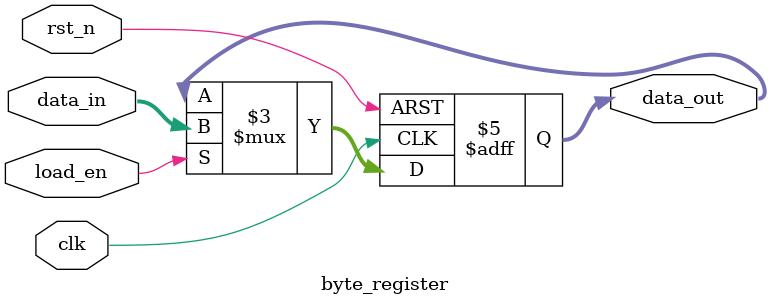
<source format=sv>

module one_hot_load_reg_top (
    input                  clk,
    input                  rst_n,
    input      [23:0]      data_word,
    input      [2:0]       load_select,  // One-hot encoded
    output     [23:0]      data_out
);

    wire [7:0] byte0_data;
    wire [7:0] byte1_data;
    wire [7:0] byte2_data;
    wire byte0_load, byte1_load, byte2_load;

    // Control unit to decode one-hot select signals
    oh_control_unit u_control (
        .load_select(load_select),
        .byte0_load(byte0_load),
        .byte1_load(byte1_load),
        .byte2_load(byte2_load)
    );

    // Byte register modules
    byte_register #(
        .BYTE_INDEX(0)
    ) u_byte0_reg (
        .clk(clk),
        .rst_n(rst_n),
        .data_in(data_word[7:0]),
        .load_en(byte0_load),
        .data_out(byte0_data)
    );

    byte_register #(
        .BYTE_INDEX(1)
    ) u_byte1_reg (
        .clk(clk),
        .rst_n(rst_n),
        .data_in(data_word[15:8]),
        .load_en(byte1_load),
        .data_out(byte1_data)
    );

    byte_register #(
        .BYTE_INDEX(2)
    ) u_byte2_reg (
        .clk(clk),
        .rst_n(rst_n),
        .data_in(data_word[23:16]),
        .load_en(byte2_load),
        .data_out(byte2_data)
    );

    // Output assembly
    assign data_out = {byte2_data, byte1_data, byte0_data};

endmodule

//-----------------------------------------------------------------------------
// File: oh_control_unit.v
// Description: Control unit to decode one-hot select signals
//-----------------------------------------------------------------------------

module oh_control_unit (
    input      [2:0]       load_select,
    output                 byte0_load,
    output                 byte1_load,
    output                 byte2_load
);

    // Direct mapping of one-hot signals to individual load enables
    assign byte0_load = load_select[0];
    assign byte1_load = load_select[1];
    assign byte2_load = load_select[2];

endmodule

//-----------------------------------------------------------------------------
// File: byte_register.v
// Description: Parametrized byte register with load enable
//-----------------------------------------------------------------------------

module byte_register #(
    parameter BYTE_INDEX = 0
) (
    input                 clk,
    input                 rst_n,
    input      [7:0]      data_in,
    input                 load_en,
    output reg [7:0]      data_out
);

    always @(posedge clk or negedge rst_n) begin
        if (!rst_n)
            data_out <= 8'h0;
        else if (load_en)
            data_out <= data_in;
        // Hold value otherwise
    end

endmodule
</source>
